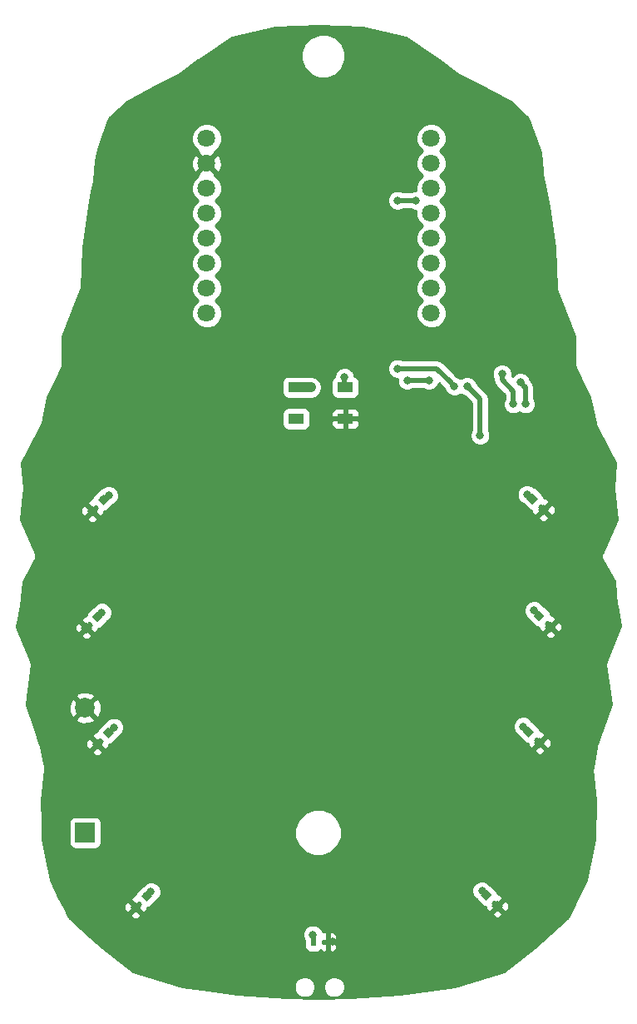
<source format=gbr>
G04 #@! TF.GenerationSoftware,KiCad,Pcbnew,no-vcs-found-bf44d39~61~ubuntu16.04.1*
G04 #@! TF.CreationDate,2018-01-11T19:38:33+02:00*
G04 #@! TF.ProjectId,shd18-badge,73686431382D62616467652E6B696361,rev?*
G04 #@! TF.SameCoordinates,Original*
G04 #@! TF.FileFunction,Copper,L1,Top,Signal*
G04 #@! TF.FilePolarity,Positive*
%FSLAX45Y45*%
G04 Gerber Fmt 4.5, Leading zero omitted, Abs format (unit mm)*
G04 Created by KiCad (PCBNEW no-vcs-found-bf44d39~61~ubuntu16.04.1) date Thu Jan 11 19:38:33 2018*
%MOMM*%
%LPD*%
G01*
G04 APERTURE LIST*
%ADD10R,2.000000X2.000000*%
%ADD11C,2.000000*%
%ADD12C,0.800000*%
%ADD13C,0.100000*%
%ADD14R,1.600000X1.000000*%
%ADD15R,0.500000X0.900000*%
%ADD16C,1.800000*%
%ADD17C,0.250000*%
%ADD18C,0.500000*%
%ADD19C,1.000000*%
%ADD20C,0.254000*%
G04 APERTURE END LIST*
D10*
X26400000Y-21500000D03*
D11*
X26400000Y-20230000D03*
D12*
X31023431Y-19293432D03*
D13*
G36*
X30966863Y-19293432D02*
X31023431Y-19236863D01*
X31080000Y-19293432D01*
X31023431Y-19350000D01*
X30966863Y-19293432D01*
X30966863Y-19293432D01*
G37*
D12*
X31136568Y-19406569D03*
D13*
G36*
X31080000Y-19406569D02*
X31136568Y-19350000D01*
X31193137Y-19406569D01*
X31136568Y-19463137D01*
X31080000Y-19406569D01*
X31080000Y-19406569D01*
G37*
D12*
X31026568Y-20586569D03*
D13*
G36*
X30970000Y-20586569D02*
X31026568Y-20530000D01*
X31083137Y-20586569D01*
X31026568Y-20643137D01*
X30970000Y-20586569D01*
X30970000Y-20586569D01*
G37*
D12*
X30913431Y-20473432D03*
D13*
G36*
X30856863Y-20473432D02*
X30913431Y-20416863D01*
X30970000Y-20473432D01*
X30913431Y-20530000D01*
X30856863Y-20473432D01*
X30856863Y-20473432D01*
G37*
D12*
X30483431Y-22133432D03*
D13*
G36*
X30426863Y-22133432D02*
X30483431Y-22076863D01*
X30540000Y-22133432D01*
X30483431Y-22190000D01*
X30426863Y-22133432D01*
X30426863Y-22133432D01*
G37*
D12*
X30596568Y-22246569D03*
D13*
G36*
X30540000Y-22246569D02*
X30596568Y-22190000D01*
X30653137Y-22246569D01*
X30596568Y-22303137D01*
X30540000Y-22246569D01*
X30540000Y-22246569D01*
G37*
D12*
X26913431Y-22256569D03*
D13*
G36*
X26913431Y-22200000D02*
X26970000Y-22256569D01*
X26913431Y-22313137D01*
X26856863Y-22256569D01*
X26913431Y-22200000D01*
X26913431Y-22200000D01*
G37*
D12*
X27026568Y-22143432D03*
D13*
G36*
X27026568Y-22086863D02*
X27083137Y-22143432D01*
X27026568Y-22200000D01*
X26970000Y-22143432D01*
X27026568Y-22086863D01*
X27026568Y-22086863D01*
G37*
D12*
X26636568Y-20483432D03*
D13*
G36*
X26636568Y-20426863D02*
X26693137Y-20483432D01*
X26636568Y-20540000D01*
X26580000Y-20483432D01*
X26636568Y-20426863D01*
X26636568Y-20426863D01*
G37*
D12*
X26523431Y-20596569D03*
D13*
G36*
X26523431Y-20540000D02*
X26580000Y-20596569D01*
X26523431Y-20653137D01*
X26466863Y-20596569D01*
X26523431Y-20540000D01*
X26523431Y-20540000D01*
G37*
D12*
X26413431Y-19416569D03*
D13*
G36*
X26413431Y-19360000D02*
X26470000Y-19416569D01*
X26413431Y-19473137D01*
X26356863Y-19416569D01*
X26413431Y-19360000D01*
X26413431Y-19360000D01*
G37*
D12*
X26526568Y-19303432D03*
D13*
G36*
X26526568Y-19246863D02*
X26583137Y-19303432D01*
X26526568Y-19360000D01*
X26470000Y-19303432D01*
X26526568Y-19246863D01*
X26526568Y-19246863D01*
G37*
D12*
X26586568Y-18113432D03*
D13*
G36*
X26586568Y-18056863D02*
X26643137Y-18113432D01*
X26586568Y-18170000D01*
X26530000Y-18113432D01*
X26586568Y-18056863D01*
X26586568Y-18056863D01*
G37*
D12*
X26473431Y-18226569D03*
D13*
G36*
X26473431Y-18170000D02*
X26530000Y-18226569D01*
X26473431Y-18283137D01*
X26416863Y-18226569D01*
X26473431Y-18170000D01*
X26473431Y-18170000D01*
G37*
D12*
X31066568Y-18216569D03*
D13*
G36*
X31010000Y-18216569D02*
X31066568Y-18160000D01*
X31123137Y-18216569D01*
X31066568Y-18273137D01*
X31010000Y-18216569D01*
X31010000Y-18216569D01*
G37*
D12*
X30953431Y-18103432D03*
D13*
G36*
X30896863Y-18103432D02*
X30953431Y-18046863D01*
X31010000Y-18103432D01*
X30953431Y-18160000D01*
X30896863Y-18103432D01*
X30896863Y-18103432D01*
G37*
D14*
X28550000Y-16970000D03*
X28550000Y-17290000D03*
X29050000Y-16970000D03*
X29050000Y-17290000D03*
D15*
X28725000Y-22610000D03*
X28875000Y-22610000D03*
D16*
X29923000Y-16216000D03*
X29923000Y-15962000D03*
X29923000Y-15708000D03*
X29923000Y-15454000D03*
X29923000Y-15200000D03*
X29923000Y-14946000D03*
X29923000Y-14692000D03*
X29923000Y-14438000D03*
X27637000Y-14438000D03*
X27637000Y-14692000D03*
X27637000Y-14946000D03*
X27637000Y-15200000D03*
X27637000Y-15454000D03*
X27637000Y-15708000D03*
X27637000Y-15962000D03*
X27637000Y-16216000D03*
D12*
X28720246Y-22537975D03*
X30644999Y-16834497D03*
X30760000Y-17140000D03*
X29770000Y-15070000D03*
X29580000Y-15070000D03*
X30160000Y-16960000D03*
X29580000Y-16780000D03*
X29680000Y-16900000D03*
X29900000Y-16900000D03*
X30881382Y-17139386D03*
X30830008Y-16919385D03*
X28700000Y-16970000D03*
X28920000Y-22610000D03*
X27450000Y-14830000D03*
X27820000Y-14590000D03*
X27830000Y-14830000D03*
X27450000Y-14590000D03*
X30380000Y-15090000D03*
X30500000Y-16690000D03*
X30366395Y-15693605D03*
X29400000Y-17660000D03*
X30690000Y-17250000D03*
X26630000Y-20230000D03*
X26150000Y-20240000D03*
X26400000Y-20450000D03*
X26410000Y-20000000D03*
X29040000Y-16870000D03*
X30900000Y-18060000D03*
X26640000Y-18070000D03*
X30420000Y-17460000D03*
X30290000Y-16960000D03*
X26570000Y-19260000D03*
X26690000Y-20430000D03*
X27070000Y-22100000D03*
X30440000Y-22090000D03*
X30860000Y-20420000D03*
X30970000Y-19240000D03*
D17*
X28720246Y-22537975D02*
X28720246Y-22605246D01*
X28720246Y-22605246D02*
X28725000Y-22610000D01*
D18*
X30760000Y-17140000D02*
X30760000Y-17010000D01*
X30644999Y-16894999D02*
X30644999Y-16891066D01*
X30760000Y-17010000D02*
X30644999Y-16894999D01*
X30644999Y-16891066D02*
X30644999Y-16834497D01*
X29580000Y-15070000D02*
X29770000Y-15070000D01*
X29580000Y-16780000D02*
X29980000Y-16780000D01*
X29980000Y-16780000D02*
X30120000Y-16920000D01*
X30120000Y-16920000D02*
X30160000Y-16960000D01*
X29900000Y-16900000D02*
X29680000Y-16900000D01*
X30870008Y-16959385D02*
X30830008Y-16919385D01*
X30881382Y-16970759D02*
X30870008Y-16959385D01*
X30881382Y-17139386D02*
X30881382Y-16970759D01*
D19*
X28700000Y-16970000D02*
X28550000Y-16970000D01*
D18*
X29040000Y-16870000D02*
X29040000Y-16960000D01*
X29040000Y-16960000D02*
X29050000Y-16970000D01*
X30900000Y-18060000D02*
X30910000Y-18060000D01*
X30910000Y-18060000D02*
X30953431Y-18103432D01*
X26640000Y-18070000D02*
X26630000Y-18070000D01*
X26630000Y-18070000D02*
X26586568Y-18113432D01*
X30290000Y-16960000D02*
X30420000Y-17090000D01*
X30420000Y-17090000D02*
X30420000Y-17460000D01*
X26570000Y-19260000D02*
X26526568Y-19303432D01*
X26690000Y-20430000D02*
X26636568Y-20483432D01*
X27070000Y-22100000D02*
X27026568Y-22143432D01*
X30440000Y-22090000D02*
X30483431Y-22133432D01*
X30860000Y-20420000D02*
X30913431Y-20473432D01*
X30970000Y-19240000D02*
X31023431Y-19293432D01*
D20*
G36*
X29222909Y-13313559D02*
X29662114Y-13410513D01*
X30001090Y-13637435D01*
X30183434Y-13776542D01*
X30188647Y-13779094D01*
X30193161Y-13782741D01*
X30445552Y-13915135D01*
X30729632Y-14067973D01*
X30910778Y-14234214D01*
X31034785Y-14581856D01*
X31066090Y-14868295D01*
X31066958Y-14871051D01*
X31066946Y-14873941D01*
X31117492Y-15133596D01*
X31177272Y-15545000D01*
X31194179Y-15957722D01*
X31197016Y-15969454D01*
X31199399Y-15981286D01*
X31284885Y-16186261D01*
X31386990Y-16454766D01*
X31386838Y-16743564D01*
X31387169Y-16745232D01*
X31386918Y-16746914D01*
X31389758Y-16758285D01*
X31392039Y-16769780D01*
X31392983Y-16771195D01*
X31393395Y-16772845D01*
X31534813Y-17072375D01*
X31592733Y-17331167D01*
X31596346Y-17339333D01*
X31598854Y-17347902D01*
X31802069Y-17737228D01*
X31778061Y-17990493D01*
X31778764Y-17997368D01*
X31778145Y-18004250D01*
X31811645Y-18317141D01*
X31659806Y-18658813D01*
X31658752Y-18663489D01*
X31656557Y-18667751D01*
X31655838Y-18676410D01*
X31653926Y-18684885D01*
X31654741Y-18689609D01*
X31654344Y-18694387D01*
X31656993Y-18702662D01*
X31658470Y-18711224D01*
X31661031Y-18715276D01*
X31662493Y-18719842D01*
X31787530Y-18945403D01*
X31811302Y-19183877D01*
X31812190Y-19186791D01*
X31812163Y-19189838D01*
X31852332Y-19401783D01*
X31705691Y-19754098D01*
X31704816Y-19758460D01*
X31702833Y-19762442D01*
X31702209Y-19771450D01*
X31700432Y-19780303D01*
X31701293Y-19784667D01*
X31700985Y-19789106D01*
X31752552Y-20192508D01*
X31606138Y-20618326D01*
X31605445Y-20623441D01*
X31603541Y-20628239D01*
X31566088Y-20832387D01*
X31566228Y-20841790D01*
X31565263Y-20851145D01*
X31595230Y-21170595D01*
X31586603Y-21566352D01*
X31504244Y-21983385D01*
X31315121Y-22365362D01*
X30977043Y-22670470D01*
X30662049Y-22910050D01*
X30168007Y-23060625D01*
X29604142Y-23143757D01*
X29098629Y-23178095D01*
X28776350Y-23184746D01*
X28454092Y-23178095D01*
X27948600Y-23143757D01*
X27594075Y-23091487D01*
X28526481Y-23091487D01*
X28542965Y-23131380D01*
X28573459Y-23161928D01*
X28613323Y-23178481D01*
X28656487Y-23178519D01*
X28696380Y-23162035D01*
X28726928Y-23131540D01*
X28743481Y-23091677D01*
X28743481Y-23091487D01*
X28826481Y-23091487D01*
X28842965Y-23131380D01*
X28873459Y-23161928D01*
X28913323Y-23178481D01*
X28956487Y-23178519D01*
X28996380Y-23162035D01*
X29026928Y-23131540D01*
X29043481Y-23091677D01*
X29043519Y-23048513D01*
X29027035Y-23008620D01*
X28996540Y-22978072D01*
X28956677Y-22961519D01*
X28913513Y-22961481D01*
X28873620Y-22977965D01*
X28843072Y-23008459D01*
X28826519Y-23048323D01*
X28826481Y-23091487D01*
X28743481Y-23091487D01*
X28743519Y-23048513D01*
X28727035Y-23008620D01*
X28696540Y-22978072D01*
X28656677Y-22961519D01*
X28613513Y-22961481D01*
X28573620Y-22977965D01*
X28543072Y-23008459D01*
X28526519Y-23048323D01*
X28526481Y-23091487D01*
X27594075Y-23091487D01*
X27384748Y-23060625D01*
X26890704Y-22910050D01*
X26575687Y-22670470D01*
X26451597Y-22558472D01*
X28616728Y-22558472D01*
X28632451Y-22596527D01*
X28635256Y-22599336D01*
X28635256Y-22655000D01*
X28640184Y-22679776D01*
X28654219Y-22700781D01*
X28675223Y-22714816D01*
X28700000Y-22719744D01*
X28750000Y-22719744D01*
X28774776Y-22714816D01*
X28795781Y-22700781D01*
X28799865Y-22694668D01*
X28814030Y-22708833D01*
X28837369Y-22718500D01*
X28846625Y-22718500D01*
X28862500Y-22702625D01*
X28862500Y-22622700D01*
X28887500Y-22622700D01*
X28887500Y-22702625D01*
X28903375Y-22718500D01*
X28912631Y-22718500D01*
X28935970Y-22708833D01*
X28953833Y-22690970D01*
X28963500Y-22667631D01*
X28963500Y-22638575D01*
X28947625Y-22622700D01*
X28887500Y-22622700D01*
X28862500Y-22622700D01*
X28814744Y-22622700D01*
X28814744Y-22597300D01*
X28862500Y-22597300D01*
X28862500Y-22517375D01*
X28887500Y-22517375D01*
X28887500Y-22597300D01*
X28947625Y-22597300D01*
X28963500Y-22581425D01*
X28963500Y-22552369D01*
X28953833Y-22529030D01*
X28935970Y-22511167D01*
X28912631Y-22501500D01*
X28903375Y-22501500D01*
X28887500Y-22517375D01*
X28862500Y-22517375D01*
X28846625Y-22501500D01*
X28837369Y-22501500D01*
X28820114Y-22508647D01*
X28808040Y-22479424D01*
X28778950Y-22450283D01*
X28740923Y-22434493D01*
X28699748Y-22434457D01*
X28661694Y-22450181D01*
X28632554Y-22479271D01*
X28616764Y-22517298D01*
X28616728Y-22558472D01*
X26451597Y-22558472D01*
X26237641Y-22365367D01*
X26218898Y-22327509D01*
X26860451Y-22327509D01*
X26860451Y-22349960D01*
X26877462Y-22366970D01*
X26900801Y-22376637D01*
X26926062Y-22376637D01*
X26949401Y-22366970D01*
X26966411Y-22349960D01*
X26966411Y-22327509D01*
X26956411Y-22317509D01*
X30543588Y-22317509D01*
X30543588Y-22339960D01*
X30560599Y-22356970D01*
X30583937Y-22366637D01*
X30609199Y-22366637D01*
X30632538Y-22356970D01*
X30649548Y-22339960D01*
X30649548Y-22317509D01*
X30596568Y-22264529D01*
X30543588Y-22317509D01*
X26956411Y-22317509D01*
X26913431Y-22274529D01*
X26860451Y-22327509D01*
X26218898Y-22327509D01*
X26190030Y-22269199D01*
X26793363Y-22269199D01*
X26803030Y-22292538D01*
X26820040Y-22309549D01*
X26842491Y-22309549D01*
X26895471Y-22256569D01*
X26842491Y-22203589D01*
X26820040Y-22203589D01*
X26803030Y-22220599D01*
X26793363Y-22243938D01*
X26793363Y-22269199D01*
X26190030Y-22269199D01*
X26137540Y-22163177D01*
X26860451Y-22163177D01*
X26860451Y-22185628D01*
X26913431Y-22238608D01*
X26943523Y-22208516D01*
X26961484Y-22226477D01*
X26931392Y-22256569D01*
X26984372Y-22309549D01*
X27006823Y-22309549D01*
X27023833Y-22292538D01*
X27033500Y-22269200D01*
X27033500Y-22263365D01*
X27051345Y-22259816D01*
X27072349Y-22245781D01*
X27128918Y-22189212D01*
X27132498Y-22183855D01*
X27157692Y-22158705D01*
X27173482Y-22120678D01*
X27173491Y-22110497D01*
X30336482Y-22110497D01*
X30352206Y-22148552D01*
X30377578Y-22173968D01*
X30381082Y-22179212D01*
X30437651Y-22235781D01*
X30458655Y-22249816D01*
X30476500Y-22253365D01*
X30476500Y-22259200D01*
X30486167Y-22282538D01*
X30503177Y-22299549D01*
X30525628Y-22299549D01*
X30578608Y-22246569D01*
X30614529Y-22246569D01*
X30667509Y-22299549D01*
X30689960Y-22299549D01*
X30706970Y-22282538D01*
X30716637Y-22259199D01*
X30716637Y-22233938D01*
X30706970Y-22210599D01*
X30689960Y-22193589D01*
X30667509Y-22193589D01*
X30614529Y-22246569D01*
X30578608Y-22246569D01*
X30548516Y-22216477D01*
X30566477Y-22198516D01*
X30596568Y-22228608D01*
X30649548Y-22175628D01*
X30649548Y-22153177D01*
X30632538Y-22136167D01*
X30609199Y-22126500D01*
X30603365Y-22126500D01*
X30599816Y-22108655D01*
X30585781Y-22087651D01*
X30529212Y-22031082D01*
X30523855Y-22027502D01*
X30498705Y-22002308D01*
X30460678Y-21986518D01*
X30419503Y-21986482D01*
X30381448Y-22002206D01*
X30352308Y-22031295D01*
X30336518Y-22069322D01*
X30336482Y-22110497D01*
X27173491Y-22110497D01*
X27173518Y-22079503D01*
X27157794Y-22041449D01*
X27128705Y-22012308D01*
X27090678Y-21996518D01*
X27049503Y-21996482D01*
X27011448Y-22012206D01*
X26986032Y-22037578D01*
X26980788Y-22041082D01*
X26924219Y-22097651D01*
X26910184Y-22118655D01*
X26906635Y-22136500D01*
X26900800Y-22136500D01*
X26877462Y-22146167D01*
X26860451Y-22163177D01*
X26137540Y-22163177D01*
X26048531Y-21983395D01*
X25966172Y-21566365D01*
X25962540Y-21400000D01*
X26235256Y-21400000D01*
X26235256Y-21600000D01*
X26240184Y-21624777D01*
X26254219Y-21645781D01*
X26275223Y-21659816D01*
X26300000Y-21664744D01*
X26500000Y-21664744D01*
X26524776Y-21659816D01*
X26545781Y-21645781D01*
X26559816Y-21624777D01*
X26564744Y-21600000D01*
X26564744Y-21547233D01*
X28533819Y-21547233D01*
X28570052Y-21634923D01*
X28637084Y-21702073D01*
X28724711Y-21738459D01*
X28819592Y-21738541D01*
X28907283Y-21702308D01*
X28974433Y-21635276D01*
X29010818Y-21547649D01*
X29010901Y-21452768D01*
X28974668Y-21365077D01*
X28907636Y-21297927D01*
X28820009Y-21261542D01*
X28725127Y-21261459D01*
X28637437Y-21297692D01*
X28570287Y-21364724D01*
X28533901Y-21452351D01*
X28533819Y-21547233D01*
X26564744Y-21547233D01*
X26564744Y-21400000D01*
X26559816Y-21375224D01*
X26545781Y-21354219D01*
X26524776Y-21340184D01*
X26500000Y-21335256D01*
X26300000Y-21335256D01*
X26275223Y-21340184D01*
X26254219Y-21354219D01*
X26240184Y-21375224D01*
X26235256Y-21400000D01*
X25962540Y-21400000D01*
X25957530Y-21170602D01*
X25987469Y-20851139D01*
X25986504Y-20841797D01*
X25986647Y-20832406D01*
X25956445Y-20667509D01*
X26470451Y-20667509D01*
X26470451Y-20689960D01*
X26487462Y-20706970D01*
X26510801Y-20716637D01*
X26536062Y-20716637D01*
X26559401Y-20706970D01*
X26576411Y-20689960D01*
X26576411Y-20667509D01*
X26566411Y-20657509D01*
X30973588Y-20657509D01*
X30973588Y-20679960D01*
X30990599Y-20696970D01*
X31013937Y-20706637D01*
X31039199Y-20706637D01*
X31062538Y-20696970D01*
X31079548Y-20679960D01*
X31079548Y-20657509D01*
X31026568Y-20604529D01*
X30973588Y-20657509D01*
X26566411Y-20657509D01*
X26523431Y-20614529D01*
X26470451Y-20667509D01*
X25956445Y-20667509D01*
X25949256Y-20628258D01*
X25947348Y-20623448D01*
X25946652Y-20618321D01*
X25943515Y-20609199D01*
X26403363Y-20609199D01*
X26413030Y-20632538D01*
X26430040Y-20649549D01*
X26452491Y-20649549D01*
X26505471Y-20596569D01*
X26452491Y-20543589D01*
X26430040Y-20543589D01*
X26413030Y-20560599D01*
X26403363Y-20583938D01*
X26403363Y-20609199D01*
X25943515Y-20609199D01*
X25907051Y-20503177D01*
X26470451Y-20503177D01*
X26470451Y-20525628D01*
X26523431Y-20578608D01*
X26553523Y-20548516D01*
X26571484Y-20566477D01*
X26541392Y-20596569D01*
X26594372Y-20649549D01*
X26616823Y-20649549D01*
X26633833Y-20632538D01*
X26643500Y-20609200D01*
X26643500Y-20603365D01*
X26661345Y-20599816D01*
X26682349Y-20585781D01*
X26738918Y-20529212D01*
X26745783Y-20518938D01*
X26748551Y-20517794D01*
X26777692Y-20488705D01*
X26793482Y-20450678D01*
X26793491Y-20440497D01*
X30756482Y-20440497D01*
X30772206Y-20478552D01*
X30801295Y-20507692D01*
X30804186Y-20508892D01*
X30811082Y-20519212D01*
X30867651Y-20575781D01*
X30888655Y-20589816D01*
X30906500Y-20593365D01*
X30906500Y-20599200D01*
X30916167Y-20622538D01*
X30933177Y-20639549D01*
X30955628Y-20639549D01*
X31008608Y-20586569D01*
X31044529Y-20586569D01*
X31097509Y-20639549D01*
X31119960Y-20639549D01*
X31136970Y-20622538D01*
X31146637Y-20599199D01*
X31146637Y-20573938D01*
X31136970Y-20550599D01*
X31119960Y-20533589D01*
X31097509Y-20533589D01*
X31044529Y-20586569D01*
X31008608Y-20586569D01*
X30978516Y-20556477D01*
X30996477Y-20538516D01*
X31026568Y-20568608D01*
X31079548Y-20515628D01*
X31079548Y-20493177D01*
X31062538Y-20476167D01*
X31039199Y-20466500D01*
X31033365Y-20466500D01*
X31029816Y-20448655D01*
X31015781Y-20427651D01*
X30959212Y-20371082D01*
X30948938Y-20364217D01*
X30947794Y-20361449D01*
X30918705Y-20332308D01*
X30880678Y-20316518D01*
X30839503Y-20316482D01*
X30801448Y-20332206D01*
X30772308Y-20361295D01*
X30756518Y-20399322D01*
X30756482Y-20440497D01*
X26793491Y-20440497D01*
X26793518Y-20409503D01*
X26777794Y-20371449D01*
X26748705Y-20342308D01*
X26710678Y-20326518D01*
X26669503Y-20326482D01*
X26631448Y-20342206D01*
X26602308Y-20371295D01*
X26601108Y-20374186D01*
X26590788Y-20381082D01*
X26534219Y-20437651D01*
X26520184Y-20458655D01*
X26516635Y-20476500D01*
X26510800Y-20476500D01*
X26487462Y-20486167D01*
X26470451Y-20503177D01*
X25907051Y-20503177D01*
X25852735Y-20345253D01*
X26302707Y-20345253D01*
X26312574Y-20371939D01*
X26373546Y-20394591D01*
X26438546Y-20392186D01*
X26487426Y-20371939D01*
X26497293Y-20345253D01*
X26400000Y-20247961D01*
X26302707Y-20345253D01*
X25852735Y-20345253D01*
X25803996Y-20203546D01*
X26235409Y-20203546D01*
X26237814Y-20268546D01*
X26258061Y-20317426D01*
X26284747Y-20327293D01*
X26382039Y-20230000D01*
X26417960Y-20230000D01*
X26515253Y-20327293D01*
X26541939Y-20317426D01*
X26564591Y-20256454D01*
X26562186Y-20191454D01*
X26541939Y-20142574D01*
X26515253Y-20132707D01*
X26417960Y-20230000D01*
X26382039Y-20230000D01*
X26284747Y-20132707D01*
X26258061Y-20142574D01*
X26235409Y-20203546D01*
X25803996Y-20203546D01*
X25800198Y-20192503D01*
X25810134Y-20114747D01*
X26302707Y-20114747D01*
X26400000Y-20212040D01*
X26497293Y-20114747D01*
X26487426Y-20088061D01*
X26426454Y-20065409D01*
X26361454Y-20067814D01*
X26312574Y-20088061D01*
X26302707Y-20114747D01*
X25810134Y-20114747D01*
X25851746Y-19789103D01*
X25851439Y-19784671D01*
X25852299Y-19780312D01*
X25850522Y-19771453D01*
X25849897Y-19762439D01*
X25847917Y-19758463D01*
X25847043Y-19754107D01*
X25736124Y-19487509D01*
X26360451Y-19487509D01*
X26360451Y-19509960D01*
X26377462Y-19526970D01*
X26400801Y-19536637D01*
X26426062Y-19536637D01*
X26449401Y-19526970D01*
X26466411Y-19509960D01*
X26466411Y-19487509D01*
X26456411Y-19477509D01*
X31083588Y-19477509D01*
X31083588Y-19499960D01*
X31100599Y-19516970D01*
X31123937Y-19526637D01*
X31149199Y-19526637D01*
X31172538Y-19516970D01*
X31189548Y-19499960D01*
X31189548Y-19477509D01*
X31136568Y-19424529D01*
X31083588Y-19477509D01*
X26456411Y-19477509D01*
X26413431Y-19434529D01*
X26360451Y-19487509D01*
X25736124Y-19487509D01*
X25711864Y-19429199D01*
X26293363Y-19429199D01*
X26303030Y-19452538D01*
X26320040Y-19469549D01*
X26342491Y-19469549D01*
X26395471Y-19416569D01*
X26342491Y-19363589D01*
X26320040Y-19363589D01*
X26303030Y-19380599D01*
X26293363Y-19403938D01*
X26293363Y-19429199D01*
X25711864Y-19429199D01*
X25700590Y-19402103D01*
X25716297Y-19323177D01*
X26360451Y-19323177D01*
X26360451Y-19345628D01*
X26413431Y-19398608D01*
X26443523Y-19368516D01*
X26461484Y-19386477D01*
X26431392Y-19416569D01*
X26484372Y-19469549D01*
X26506823Y-19469549D01*
X26523833Y-19452538D01*
X26533500Y-19429200D01*
X26533500Y-19423365D01*
X26551345Y-19419816D01*
X26572349Y-19405781D01*
X26628918Y-19349212D01*
X26632498Y-19343855D01*
X26657692Y-19318705D01*
X26673482Y-19280678D01*
X26673499Y-19260497D01*
X30866482Y-19260497D01*
X30882206Y-19298552D01*
X30911295Y-19327692D01*
X30914186Y-19328892D01*
X30921082Y-19339212D01*
X30977651Y-19395781D01*
X30998655Y-19409816D01*
X31016500Y-19413365D01*
X31016500Y-19419200D01*
X31026167Y-19442538D01*
X31043177Y-19459549D01*
X31065628Y-19459549D01*
X31118608Y-19406569D01*
X31154529Y-19406569D01*
X31207509Y-19459549D01*
X31229960Y-19459549D01*
X31246970Y-19442538D01*
X31256637Y-19419199D01*
X31256637Y-19393938D01*
X31246970Y-19370599D01*
X31229960Y-19353589D01*
X31207509Y-19353589D01*
X31154529Y-19406569D01*
X31118608Y-19406569D01*
X31088516Y-19376477D01*
X31106477Y-19358516D01*
X31136568Y-19388608D01*
X31189548Y-19335628D01*
X31189548Y-19313177D01*
X31172538Y-19296167D01*
X31149199Y-19286500D01*
X31143365Y-19286500D01*
X31139816Y-19268655D01*
X31125781Y-19247651D01*
X31069212Y-19191082D01*
X31058938Y-19184217D01*
X31057794Y-19181449D01*
X31028705Y-19152308D01*
X30990678Y-19136518D01*
X30949503Y-19136482D01*
X30911448Y-19152206D01*
X30882308Y-19181295D01*
X30866518Y-19219322D01*
X30866482Y-19260497D01*
X26673499Y-19260497D01*
X26673518Y-19239503D01*
X26657794Y-19201449D01*
X26628705Y-19172308D01*
X26590678Y-19156518D01*
X26549503Y-19156482D01*
X26511448Y-19172206D01*
X26486032Y-19197578D01*
X26480788Y-19201082D01*
X26424219Y-19257651D01*
X26410184Y-19278655D01*
X26406635Y-19296500D01*
X26400800Y-19296500D01*
X26377462Y-19306167D01*
X26360451Y-19323177D01*
X25716297Y-19323177D01*
X25742618Y-19190918D01*
X25742619Y-19187557D01*
X25743598Y-19184341D01*
X25767364Y-18945862D01*
X25892351Y-18720297D01*
X25893810Y-18715739D01*
X25896366Y-18711694D01*
X25897846Y-18703124D01*
X25900496Y-18694841D01*
X25900099Y-18690072D01*
X25900913Y-18685356D01*
X25899000Y-18676872D01*
X25898278Y-18668206D01*
X25896087Y-18663952D01*
X25895034Y-18659283D01*
X25743226Y-18317617D01*
X25745381Y-18297509D01*
X26420451Y-18297509D01*
X26420451Y-18319960D01*
X26437462Y-18336970D01*
X26460801Y-18346637D01*
X26486062Y-18346637D01*
X26509401Y-18336970D01*
X26526411Y-18319960D01*
X26526411Y-18297509D01*
X26516411Y-18287509D01*
X31013588Y-18287509D01*
X31013588Y-18309960D01*
X31030599Y-18326970D01*
X31053937Y-18336637D01*
X31079199Y-18336637D01*
X31102538Y-18326970D01*
X31119548Y-18309960D01*
X31119548Y-18287509D01*
X31066568Y-18234529D01*
X31013588Y-18287509D01*
X26516411Y-18287509D01*
X26473431Y-18244529D01*
X26420451Y-18297509D01*
X25745381Y-18297509D01*
X25751630Y-18239199D01*
X26353363Y-18239199D01*
X26363030Y-18262538D01*
X26380040Y-18279549D01*
X26402491Y-18279549D01*
X26455471Y-18226569D01*
X26402491Y-18173589D01*
X26380040Y-18173589D01*
X26363030Y-18190599D01*
X26353363Y-18213938D01*
X26353363Y-18239199D01*
X25751630Y-18239199D01*
X25762992Y-18133177D01*
X26420451Y-18133177D01*
X26420451Y-18155628D01*
X26473431Y-18208608D01*
X26503523Y-18178516D01*
X26521484Y-18196477D01*
X26491392Y-18226569D01*
X26544372Y-18279549D01*
X26566823Y-18279549D01*
X26583833Y-18262538D01*
X26593500Y-18239200D01*
X26593500Y-18233365D01*
X26611345Y-18229816D01*
X26632349Y-18215781D01*
X26684551Y-18163579D01*
X26698551Y-18157794D01*
X26727692Y-18128705D01*
X26743482Y-18090678D01*
X26743491Y-18080497D01*
X30796482Y-18080497D01*
X30812206Y-18118552D01*
X30841295Y-18147692D01*
X30855431Y-18153562D01*
X30907651Y-18205781D01*
X30928655Y-18219816D01*
X30946500Y-18223365D01*
X30946500Y-18229200D01*
X30956167Y-18252538D01*
X30973177Y-18269549D01*
X30995628Y-18269549D01*
X31048608Y-18216569D01*
X31084529Y-18216569D01*
X31137509Y-18269549D01*
X31159960Y-18269549D01*
X31176970Y-18252538D01*
X31186637Y-18229199D01*
X31186637Y-18203938D01*
X31176970Y-18180599D01*
X31159960Y-18163589D01*
X31137509Y-18163589D01*
X31084529Y-18216569D01*
X31048608Y-18216569D01*
X31018516Y-18186477D01*
X31036477Y-18168516D01*
X31066568Y-18198608D01*
X31119548Y-18145628D01*
X31119548Y-18123177D01*
X31102538Y-18106167D01*
X31079199Y-18096500D01*
X31073365Y-18096500D01*
X31069816Y-18078655D01*
X31055781Y-18057651D01*
X30999212Y-18001082D01*
X30978208Y-17987047D01*
X30972231Y-17985859D01*
X30958705Y-17972308D01*
X30920678Y-17956518D01*
X30879503Y-17956482D01*
X30841448Y-17972206D01*
X30812308Y-18001295D01*
X30796518Y-18039322D01*
X30796482Y-18080497D01*
X26743491Y-18080497D01*
X26743518Y-18049503D01*
X26727794Y-18011449D01*
X26698705Y-17982308D01*
X26660678Y-17966518D01*
X26619503Y-17966482D01*
X26581448Y-17982206D01*
X26567773Y-17995858D01*
X26561792Y-17997047D01*
X26540788Y-18011082D01*
X26484219Y-18067651D01*
X26470184Y-18088655D01*
X26466635Y-18106500D01*
X26460800Y-18106500D01*
X26437462Y-18116167D01*
X26420451Y-18133177D01*
X25762992Y-18133177D01*
X25776755Y-18004754D01*
X25776134Y-17997846D01*
X25776835Y-17990946D01*
X25752621Y-17737264D01*
X25955773Y-17347893D01*
X25958276Y-17339335D01*
X25961886Y-17331180D01*
X25982310Y-17240000D01*
X28405256Y-17240000D01*
X28405256Y-17340000D01*
X28410184Y-17364777D01*
X28424219Y-17385781D01*
X28445223Y-17399816D01*
X28470000Y-17404744D01*
X28630000Y-17404744D01*
X28654776Y-17399816D01*
X28675781Y-17385781D01*
X28689816Y-17364777D01*
X28694744Y-17340000D01*
X28694744Y-17318575D01*
X28906500Y-17318575D01*
X28906500Y-17352631D01*
X28916167Y-17375970D01*
X28934030Y-17393833D01*
X28957369Y-17403500D01*
X29021425Y-17403500D01*
X29037300Y-17387625D01*
X29037300Y-17302700D01*
X29062700Y-17302700D01*
X29062700Y-17387625D01*
X29078575Y-17403500D01*
X29142631Y-17403500D01*
X29165970Y-17393833D01*
X29183833Y-17375970D01*
X29193500Y-17352631D01*
X29193500Y-17318575D01*
X29177625Y-17302700D01*
X29062700Y-17302700D01*
X29037300Y-17302700D01*
X28922375Y-17302700D01*
X28906500Y-17318575D01*
X28694744Y-17318575D01*
X28694744Y-17240000D01*
X28692232Y-17227369D01*
X28906500Y-17227369D01*
X28906500Y-17261425D01*
X28922375Y-17277300D01*
X29037300Y-17277300D01*
X29037300Y-17192375D01*
X29062700Y-17192375D01*
X29062700Y-17277300D01*
X29177625Y-17277300D01*
X29193500Y-17261425D01*
X29193500Y-17227369D01*
X29183833Y-17204030D01*
X29165970Y-17186167D01*
X29142631Y-17176500D01*
X29078575Y-17176500D01*
X29062700Y-17192375D01*
X29037300Y-17192375D01*
X29021425Y-17176500D01*
X28957369Y-17176500D01*
X28934030Y-17186167D01*
X28916167Y-17204030D01*
X28906500Y-17227369D01*
X28692232Y-17227369D01*
X28689816Y-17215224D01*
X28675781Y-17194219D01*
X28654776Y-17180184D01*
X28630000Y-17175256D01*
X28470000Y-17175256D01*
X28445223Y-17180184D01*
X28424219Y-17194219D01*
X28410184Y-17215224D01*
X28405256Y-17240000D01*
X25982310Y-17240000D01*
X26019857Y-17072380D01*
X26091791Y-16920000D01*
X28405256Y-16920000D01*
X28405256Y-17020000D01*
X28410184Y-17044777D01*
X28424219Y-17065781D01*
X28445223Y-17079816D01*
X28470000Y-17084744D01*
X28630000Y-17084744D01*
X28636254Y-17083500D01*
X28700000Y-17083500D01*
X28743435Y-17074860D01*
X28780257Y-17050257D01*
X28804860Y-17013435D01*
X28813500Y-16970000D01*
X28804860Y-16926565D01*
X28800473Y-16920000D01*
X28905256Y-16920000D01*
X28905256Y-17020000D01*
X28910184Y-17044777D01*
X28924219Y-17065781D01*
X28945223Y-17079816D01*
X28970000Y-17084744D01*
X29130000Y-17084744D01*
X29154776Y-17079816D01*
X29175781Y-17065781D01*
X29189816Y-17044777D01*
X29194744Y-17020000D01*
X29194744Y-16920000D01*
X29189816Y-16895224D01*
X29175781Y-16874219D01*
X29154776Y-16860184D01*
X29143510Y-16857943D01*
X29143518Y-16849503D01*
X29127794Y-16811449D01*
X29116862Y-16800497D01*
X29476482Y-16800497D01*
X29492206Y-16838552D01*
X29521295Y-16867692D01*
X29559322Y-16883482D01*
X29576514Y-16883497D01*
X29576482Y-16920497D01*
X29592206Y-16958552D01*
X29621295Y-16987692D01*
X29659322Y-17003482D01*
X29700497Y-17003518D01*
X29736843Y-16988500D01*
X29843241Y-16988500D01*
X29879322Y-17003482D01*
X29920497Y-17003518D01*
X29958551Y-16987794D01*
X29987692Y-16958705D01*
X30001146Y-16926304D01*
X30057287Y-16982445D01*
X30072206Y-17018552D01*
X30101295Y-17047692D01*
X30139322Y-17063482D01*
X30180497Y-17063518D01*
X30218551Y-17047794D01*
X30224986Y-17041371D01*
X30231295Y-17047692D01*
X30267615Y-17062773D01*
X30331500Y-17126658D01*
X30331500Y-17403242D01*
X30316518Y-17439322D01*
X30316482Y-17480497D01*
X30332206Y-17518552D01*
X30361295Y-17547692D01*
X30399322Y-17563482D01*
X30440497Y-17563518D01*
X30478551Y-17547794D01*
X30507692Y-17518705D01*
X30523482Y-17480678D01*
X30523518Y-17439503D01*
X30508500Y-17403157D01*
X30508500Y-17090001D01*
X30508500Y-17090000D01*
X30501763Y-17056133D01*
X30501763Y-17056133D01*
X30482579Y-17027421D01*
X30482579Y-17027421D01*
X30392713Y-16937555D01*
X30377794Y-16901449D01*
X30348705Y-16872308D01*
X30310678Y-16856518D01*
X30269503Y-16856482D01*
X30231448Y-16872206D01*
X30225014Y-16878629D01*
X30218705Y-16872308D01*
X30182385Y-16857227D01*
X30180152Y-16854994D01*
X30541481Y-16854994D01*
X30556499Y-16891341D01*
X30556499Y-16894999D01*
X30556499Y-16894999D01*
X30561571Y-16920497D01*
X30563236Y-16928867D01*
X30577024Y-16949503D01*
X30582420Y-16957578D01*
X30671500Y-17046658D01*
X30671500Y-17083242D01*
X30656518Y-17119322D01*
X30656482Y-17160497D01*
X30672206Y-17198552D01*
X30701295Y-17227692D01*
X30739322Y-17243482D01*
X30780497Y-17243518D01*
X30818551Y-17227794D01*
X30820976Y-17225373D01*
X30822678Y-17227078D01*
X30860705Y-17242868D01*
X30901879Y-17242904D01*
X30939934Y-17227180D01*
X30969074Y-17198090D01*
X30984864Y-17160063D01*
X30984900Y-17118889D01*
X30969882Y-17082542D01*
X30969882Y-16970760D01*
X30969882Y-16970759D01*
X30963146Y-16936892D01*
X30957783Y-16928867D01*
X30943961Y-16908180D01*
X30943961Y-16908180D01*
X30932721Y-16896940D01*
X30917802Y-16860833D01*
X30888712Y-16831693D01*
X30850685Y-16815903D01*
X30809511Y-16815867D01*
X30771456Y-16831590D01*
X30748482Y-16854525D01*
X30748517Y-16814000D01*
X30732793Y-16775946D01*
X30703704Y-16746805D01*
X30665677Y-16731015D01*
X30624502Y-16730979D01*
X30586447Y-16746703D01*
X30557307Y-16775793D01*
X30541517Y-16813820D01*
X30541481Y-16854994D01*
X30180152Y-16854994D01*
X30042579Y-16717421D01*
X30037989Y-16714354D01*
X30013867Y-16698237D01*
X30008248Y-16697119D01*
X29980000Y-16691500D01*
X29979999Y-16691500D01*
X29636758Y-16691500D01*
X29600678Y-16676518D01*
X29559503Y-16676482D01*
X29521448Y-16692206D01*
X29492308Y-16721295D01*
X29476518Y-16759322D01*
X29476482Y-16800497D01*
X29116862Y-16800497D01*
X29098705Y-16782308D01*
X29060678Y-16766518D01*
X29019503Y-16766482D01*
X28981448Y-16782206D01*
X28952308Y-16811295D01*
X28936518Y-16849322D01*
X28936503Y-16866011D01*
X28924219Y-16874219D01*
X28910184Y-16895224D01*
X28905256Y-16920000D01*
X28800473Y-16920000D01*
X28780257Y-16889743D01*
X28743435Y-16865140D01*
X28700000Y-16856500D01*
X28636254Y-16856500D01*
X28630000Y-16855256D01*
X28470000Y-16855256D01*
X28445223Y-16860184D01*
X28424219Y-16874219D01*
X28410184Y-16895224D01*
X28405256Y-16920000D01*
X26091791Y-16920000D01*
X26161259Y-16772843D01*
X26161673Y-16771187D01*
X26162620Y-16769768D01*
X26164896Y-16758278D01*
X26167734Y-16746912D01*
X26167483Y-16745224D01*
X26167814Y-16743550D01*
X26167599Y-16454978D01*
X26269152Y-16187769D01*
X26355255Y-15981284D01*
X26357637Y-15969454D01*
X26360474Y-15957726D01*
X26377395Y-15545004D01*
X26437188Y-15133594D01*
X26467772Y-14976399D01*
X27483473Y-14976399D01*
X27506793Y-15032837D01*
X27546918Y-15073032D01*
X27506945Y-15112936D01*
X27483527Y-15169333D01*
X27483473Y-15230399D01*
X27506793Y-15286837D01*
X27546918Y-15327032D01*
X27506945Y-15366936D01*
X27483527Y-15423333D01*
X27483473Y-15484399D01*
X27506793Y-15540837D01*
X27546918Y-15581032D01*
X27506945Y-15620936D01*
X27483527Y-15677333D01*
X27483473Y-15738399D01*
X27506793Y-15794837D01*
X27546918Y-15835032D01*
X27506945Y-15874936D01*
X27483527Y-15931333D01*
X27483473Y-15992399D01*
X27506793Y-16048837D01*
X27546918Y-16089032D01*
X27506945Y-16128936D01*
X27483527Y-16185333D01*
X27483473Y-16246399D01*
X27506793Y-16302837D01*
X27549936Y-16346055D01*
X27606333Y-16369473D01*
X27667399Y-16369526D01*
X27723837Y-16346207D01*
X27767055Y-16303064D01*
X27790473Y-16246667D01*
X27790526Y-16185601D01*
X27767207Y-16129163D01*
X27727082Y-16088968D01*
X27767055Y-16049064D01*
X27790473Y-15992667D01*
X27790526Y-15931601D01*
X27767207Y-15875163D01*
X27727082Y-15834968D01*
X27767055Y-15795064D01*
X27790473Y-15738667D01*
X27790526Y-15677601D01*
X27767207Y-15621163D01*
X27727082Y-15580968D01*
X27767055Y-15541064D01*
X27790473Y-15484667D01*
X27790526Y-15423601D01*
X27767207Y-15367163D01*
X27727082Y-15326968D01*
X27767055Y-15287064D01*
X27790473Y-15230667D01*
X27790526Y-15169601D01*
X27767207Y-15113163D01*
X27744581Y-15090497D01*
X29476482Y-15090497D01*
X29492206Y-15128551D01*
X29521295Y-15157692D01*
X29559322Y-15173482D01*
X29600497Y-15173518D01*
X29636843Y-15158500D01*
X29713241Y-15158500D01*
X29749322Y-15173482D01*
X29769523Y-15173500D01*
X29769473Y-15230399D01*
X29792793Y-15286837D01*
X29832918Y-15327032D01*
X29792945Y-15366936D01*
X29769527Y-15423333D01*
X29769473Y-15484399D01*
X29792793Y-15540837D01*
X29832918Y-15581032D01*
X29792945Y-15620936D01*
X29769527Y-15677333D01*
X29769473Y-15738399D01*
X29792793Y-15794837D01*
X29832918Y-15835032D01*
X29792945Y-15874936D01*
X29769527Y-15931333D01*
X29769473Y-15992399D01*
X29792793Y-16048837D01*
X29832918Y-16089032D01*
X29792945Y-16128936D01*
X29769527Y-16185333D01*
X29769473Y-16246399D01*
X29792793Y-16302837D01*
X29835936Y-16346055D01*
X29892333Y-16369473D01*
X29953399Y-16369526D01*
X30009837Y-16346207D01*
X30053055Y-16303064D01*
X30076473Y-16246667D01*
X30076526Y-16185601D01*
X30053207Y-16129163D01*
X30013082Y-16088968D01*
X30053055Y-16049064D01*
X30076473Y-15992667D01*
X30076526Y-15931601D01*
X30053207Y-15875163D01*
X30013082Y-15834968D01*
X30053055Y-15795064D01*
X30076473Y-15738667D01*
X30076526Y-15677601D01*
X30053207Y-15621163D01*
X30013082Y-15580968D01*
X30053055Y-15541064D01*
X30076473Y-15484667D01*
X30076526Y-15423601D01*
X30053207Y-15367163D01*
X30013082Y-15326968D01*
X30053055Y-15287064D01*
X30076473Y-15230667D01*
X30076526Y-15169601D01*
X30053207Y-15113163D01*
X30013082Y-15072968D01*
X30053055Y-15033064D01*
X30076473Y-14976667D01*
X30076526Y-14915601D01*
X30053207Y-14859163D01*
X30013082Y-14818968D01*
X30053055Y-14779064D01*
X30076473Y-14722667D01*
X30076526Y-14661601D01*
X30053207Y-14605163D01*
X30013082Y-14564968D01*
X30053055Y-14525064D01*
X30076473Y-14468667D01*
X30076526Y-14407601D01*
X30053207Y-14351163D01*
X30010064Y-14307945D01*
X29953667Y-14284527D01*
X29892601Y-14284473D01*
X29836163Y-14307793D01*
X29792945Y-14350936D01*
X29769527Y-14407333D01*
X29769473Y-14468399D01*
X29792793Y-14524837D01*
X29832918Y-14565032D01*
X29792945Y-14604936D01*
X29769527Y-14661333D01*
X29769473Y-14722399D01*
X29792793Y-14778837D01*
X29832918Y-14819032D01*
X29792945Y-14858936D01*
X29769527Y-14915333D01*
X29769482Y-14966499D01*
X29749503Y-14966482D01*
X29713157Y-14981500D01*
X29636758Y-14981500D01*
X29600678Y-14966518D01*
X29559503Y-14966482D01*
X29521448Y-14982206D01*
X29492308Y-15011295D01*
X29476518Y-15049322D01*
X29476482Y-15090497D01*
X27744581Y-15090497D01*
X27727082Y-15072968D01*
X27767055Y-15033064D01*
X27790473Y-14976667D01*
X27790526Y-14915601D01*
X27767207Y-14859163D01*
X27724064Y-14815945D01*
X27721981Y-14815080D01*
X27727055Y-14800016D01*
X27637000Y-14709960D01*
X27546945Y-14800016D01*
X27552003Y-14815033D01*
X27550163Y-14815793D01*
X27506945Y-14858936D01*
X27483527Y-14915333D01*
X27483473Y-14976399D01*
X26467772Y-14976399D01*
X26487707Y-14873936D01*
X26487695Y-14871050D01*
X26488562Y-14868299D01*
X26510468Y-14667934D01*
X27482354Y-14667934D01*
X27484916Y-14728946D01*
X27503336Y-14773415D01*
X27528984Y-14782055D01*
X27619039Y-14692000D01*
X27654960Y-14692000D01*
X27745016Y-14782055D01*
X27770664Y-14773415D01*
X27791646Y-14716066D01*
X27789084Y-14655054D01*
X27770664Y-14610585D01*
X27745016Y-14601945D01*
X27654960Y-14692000D01*
X27619039Y-14692000D01*
X27528984Y-14601945D01*
X27503336Y-14610585D01*
X27482354Y-14667934D01*
X26510468Y-14667934D01*
X26519879Y-14581857D01*
X26560347Y-14468399D01*
X27483473Y-14468399D01*
X27506793Y-14524837D01*
X27549936Y-14568055D01*
X27552019Y-14568920D01*
X27546945Y-14583984D01*
X27637000Y-14674039D01*
X27727055Y-14583984D01*
X27721996Y-14568967D01*
X27723837Y-14568207D01*
X27767055Y-14525064D01*
X27790473Y-14468667D01*
X27790526Y-14407601D01*
X27767207Y-14351163D01*
X27724064Y-14307945D01*
X27667667Y-14284527D01*
X27606601Y-14284473D01*
X27550163Y-14307793D01*
X27506945Y-14350936D01*
X27483527Y-14407333D01*
X27483473Y-14468399D01*
X26560347Y-14468399D01*
X26643873Y-14234219D01*
X26825063Y-14067980D01*
X27109107Y-13915165D01*
X27361514Y-13782744D01*
X27366031Y-13779095D01*
X27371246Y-13776541D01*
X27544588Y-13644262D01*
X28601461Y-13644262D01*
X28635415Y-13726437D01*
X28698232Y-13789364D01*
X28780348Y-13823461D01*
X28869262Y-13823539D01*
X28951437Y-13789584D01*
X29014364Y-13726768D01*
X29048461Y-13644652D01*
X29048539Y-13555738D01*
X29014584Y-13473563D01*
X28951768Y-13410636D01*
X28869652Y-13376539D01*
X28780738Y-13376461D01*
X28698563Y-13410415D01*
X28635636Y-13473232D01*
X28601539Y-13555348D01*
X28601461Y-13644262D01*
X27544588Y-13644262D01*
X27553535Y-13637434D01*
X27892533Y-13410514D01*
X28331746Y-13313560D01*
X28777311Y-13292497D01*
X29222909Y-13313559D01*
X29222909Y-13313559D01*
G37*
X29222909Y-13313559D02*
X29662114Y-13410513D01*
X30001090Y-13637435D01*
X30183434Y-13776542D01*
X30188647Y-13779094D01*
X30193161Y-13782741D01*
X30445552Y-13915135D01*
X30729632Y-14067973D01*
X30910778Y-14234214D01*
X31034785Y-14581856D01*
X31066090Y-14868295D01*
X31066958Y-14871051D01*
X31066946Y-14873941D01*
X31117492Y-15133596D01*
X31177272Y-15545000D01*
X31194179Y-15957722D01*
X31197016Y-15969454D01*
X31199399Y-15981286D01*
X31284885Y-16186261D01*
X31386990Y-16454766D01*
X31386838Y-16743564D01*
X31387169Y-16745232D01*
X31386918Y-16746914D01*
X31389758Y-16758285D01*
X31392039Y-16769780D01*
X31392983Y-16771195D01*
X31393395Y-16772845D01*
X31534813Y-17072375D01*
X31592733Y-17331167D01*
X31596346Y-17339333D01*
X31598854Y-17347902D01*
X31802069Y-17737228D01*
X31778061Y-17990493D01*
X31778764Y-17997368D01*
X31778145Y-18004250D01*
X31811645Y-18317141D01*
X31659806Y-18658813D01*
X31658752Y-18663489D01*
X31656557Y-18667751D01*
X31655838Y-18676410D01*
X31653926Y-18684885D01*
X31654741Y-18689609D01*
X31654344Y-18694387D01*
X31656993Y-18702662D01*
X31658470Y-18711224D01*
X31661031Y-18715276D01*
X31662493Y-18719842D01*
X31787530Y-18945403D01*
X31811302Y-19183877D01*
X31812190Y-19186791D01*
X31812163Y-19189838D01*
X31852332Y-19401783D01*
X31705691Y-19754098D01*
X31704816Y-19758460D01*
X31702833Y-19762442D01*
X31702209Y-19771450D01*
X31700432Y-19780303D01*
X31701293Y-19784667D01*
X31700985Y-19789106D01*
X31752552Y-20192508D01*
X31606138Y-20618326D01*
X31605445Y-20623441D01*
X31603541Y-20628239D01*
X31566088Y-20832387D01*
X31566228Y-20841790D01*
X31565263Y-20851145D01*
X31595230Y-21170595D01*
X31586603Y-21566352D01*
X31504244Y-21983385D01*
X31315121Y-22365362D01*
X30977043Y-22670470D01*
X30662049Y-22910050D01*
X30168007Y-23060625D01*
X29604142Y-23143757D01*
X29098629Y-23178095D01*
X28776350Y-23184746D01*
X28454092Y-23178095D01*
X27948600Y-23143757D01*
X27594075Y-23091487D01*
X28526481Y-23091487D01*
X28542965Y-23131380D01*
X28573459Y-23161928D01*
X28613323Y-23178481D01*
X28656487Y-23178519D01*
X28696380Y-23162035D01*
X28726928Y-23131540D01*
X28743481Y-23091677D01*
X28743481Y-23091487D01*
X28826481Y-23091487D01*
X28842965Y-23131380D01*
X28873459Y-23161928D01*
X28913323Y-23178481D01*
X28956487Y-23178519D01*
X28996380Y-23162035D01*
X29026928Y-23131540D01*
X29043481Y-23091677D01*
X29043519Y-23048513D01*
X29027035Y-23008620D01*
X28996540Y-22978072D01*
X28956677Y-22961519D01*
X28913513Y-22961481D01*
X28873620Y-22977965D01*
X28843072Y-23008459D01*
X28826519Y-23048323D01*
X28826481Y-23091487D01*
X28743481Y-23091487D01*
X28743519Y-23048513D01*
X28727035Y-23008620D01*
X28696540Y-22978072D01*
X28656677Y-22961519D01*
X28613513Y-22961481D01*
X28573620Y-22977965D01*
X28543072Y-23008459D01*
X28526519Y-23048323D01*
X28526481Y-23091487D01*
X27594075Y-23091487D01*
X27384748Y-23060625D01*
X26890704Y-22910050D01*
X26575687Y-22670470D01*
X26451597Y-22558472D01*
X28616728Y-22558472D01*
X28632451Y-22596527D01*
X28635256Y-22599336D01*
X28635256Y-22655000D01*
X28640184Y-22679776D01*
X28654219Y-22700781D01*
X28675223Y-22714816D01*
X28700000Y-22719744D01*
X28750000Y-22719744D01*
X28774776Y-22714816D01*
X28795781Y-22700781D01*
X28799865Y-22694668D01*
X28814030Y-22708833D01*
X28837369Y-22718500D01*
X28846625Y-22718500D01*
X28862500Y-22702625D01*
X28862500Y-22622700D01*
X28887500Y-22622700D01*
X28887500Y-22702625D01*
X28903375Y-22718500D01*
X28912631Y-22718500D01*
X28935970Y-22708833D01*
X28953833Y-22690970D01*
X28963500Y-22667631D01*
X28963500Y-22638575D01*
X28947625Y-22622700D01*
X28887500Y-22622700D01*
X28862500Y-22622700D01*
X28814744Y-22622700D01*
X28814744Y-22597300D01*
X28862500Y-22597300D01*
X28862500Y-22517375D01*
X28887500Y-22517375D01*
X28887500Y-22597300D01*
X28947625Y-22597300D01*
X28963500Y-22581425D01*
X28963500Y-22552369D01*
X28953833Y-22529030D01*
X28935970Y-22511167D01*
X28912631Y-22501500D01*
X28903375Y-22501500D01*
X28887500Y-22517375D01*
X28862500Y-22517375D01*
X28846625Y-22501500D01*
X28837369Y-22501500D01*
X28820114Y-22508647D01*
X28808040Y-22479424D01*
X28778950Y-22450283D01*
X28740923Y-22434493D01*
X28699748Y-22434457D01*
X28661694Y-22450181D01*
X28632554Y-22479271D01*
X28616764Y-22517298D01*
X28616728Y-22558472D01*
X26451597Y-22558472D01*
X26237641Y-22365367D01*
X26218898Y-22327509D01*
X26860451Y-22327509D01*
X26860451Y-22349960D01*
X26877462Y-22366970D01*
X26900801Y-22376637D01*
X26926062Y-22376637D01*
X26949401Y-22366970D01*
X26966411Y-22349960D01*
X26966411Y-22327509D01*
X26956411Y-22317509D01*
X30543588Y-22317509D01*
X30543588Y-22339960D01*
X30560599Y-22356970D01*
X30583937Y-22366637D01*
X30609199Y-22366637D01*
X30632538Y-22356970D01*
X30649548Y-22339960D01*
X30649548Y-22317509D01*
X30596568Y-22264529D01*
X30543588Y-22317509D01*
X26956411Y-22317509D01*
X26913431Y-22274529D01*
X26860451Y-22327509D01*
X26218898Y-22327509D01*
X26190030Y-22269199D01*
X26793363Y-22269199D01*
X26803030Y-22292538D01*
X26820040Y-22309549D01*
X26842491Y-22309549D01*
X26895471Y-22256569D01*
X26842491Y-22203589D01*
X26820040Y-22203589D01*
X26803030Y-22220599D01*
X26793363Y-22243938D01*
X26793363Y-22269199D01*
X26190030Y-22269199D01*
X26137540Y-22163177D01*
X26860451Y-22163177D01*
X26860451Y-22185628D01*
X26913431Y-22238608D01*
X26943523Y-22208516D01*
X26961484Y-22226477D01*
X26931392Y-22256569D01*
X26984372Y-22309549D01*
X27006823Y-22309549D01*
X27023833Y-22292538D01*
X27033500Y-22269200D01*
X27033500Y-22263365D01*
X27051345Y-22259816D01*
X27072349Y-22245781D01*
X27128918Y-22189212D01*
X27132498Y-22183855D01*
X27157692Y-22158705D01*
X27173482Y-22120678D01*
X27173491Y-22110497D01*
X30336482Y-22110497D01*
X30352206Y-22148552D01*
X30377578Y-22173968D01*
X30381082Y-22179212D01*
X30437651Y-22235781D01*
X30458655Y-22249816D01*
X30476500Y-22253365D01*
X30476500Y-22259200D01*
X30486167Y-22282538D01*
X30503177Y-22299549D01*
X30525628Y-22299549D01*
X30578608Y-22246569D01*
X30614529Y-22246569D01*
X30667509Y-22299549D01*
X30689960Y-22299549D01*
X30706970Y-22282538D01*
X30716637Y-22259199D01*
X30716637Y-22233938D01*
X30706970Y-22210599D01*
X30689960Y-22193589D01*
X30667509Y-22193589D01*
X30614529Y-22246569D01*
X30578608Y-22246569D01*
X30548516Y-22216477D01*
X30566477Y-22198516D01*
X30596568Y-22228608D01*
X30649548Y-22175628D01*
X30649548Y-22153177D01*
X30632538Y-22136167D01*
X30609199Y-22126500D01*
X30603365Y-22126500D01*
X30599816Y-22108655D01*
X30585781Y-22087651D01*
X30529212Y-22031082D01*
X30523855Y-22027502D01*
X30498705Y-22002308D01*
X30460678Y-21986518D01*
X30419503Y-21986482D01*
X30381448Y-22002206D01*
X30352308Y-22031295D01*
X30336518Y-22069322D01*
X30336482Y-22110497D01*
X27173491Y-22110497D01*
X27173518Y-22079503D01*
X27157794Y-22041449D01*
X27128705Y-22012308D01*
X27090678Y-21996518D01*
X27049503Y-21996482D01*
X27011448Y-22012206D01*
X26986032Y-22037578D01*
X26980788Y-22041082D01*
X26924219Y-22097651D01*
X26910184Y-22118655D01*
X26906635Y-22136500D01*
X26900800Y-22136500D01*
X26877462Y-22146167D01*
X26860451Y-22163177D01*
X26137540Y-22163177D01*
X26048531Y-21983395D01*
X25966172Y-21566365D01*
X25962540Y-21400000D01*
X26235256Y-21400000D01*
X26235256Y-21600000D01*
X26240184Y-21624777D01*
X26254219Y-21645781D01*
X26275223Y-21659816D01*
X26300000Y-21664744D01*
X26500000Y-21664744D01*
X26524776Y-21659816D01*
X26545781Y-21645781D01*
X26559816Y-21624777D01*
X26564744Y-21600000D01*
X26564744Y-21547233D01*
X28533819Y-21547233D01*
X28570052Y-21634923D01*
X28637084Y-21702073D01*
X28724711Y-21738459D01*
X28819592Y-21738541D01*
X28907283Y-21702308D01*
X28974433Y-21635276D01*
X29010818Y-21547649D01*
X29010901Y-21452768D01*
X28974668Y-21365077D01*
X28907636Y-21297927D01*
X28820009Y-21261542D01*
X28725127Y-21261459D01*
X28637437Y-21297692D01*
X28570287Y-21364724D01*
X28533901Y-21452351D01*
X28533819Y-21547233D01*
X26564744Y-21547233D01*
X26564744Y-21400000D01*
X26559816Y-21375224D01*
X26545781Y-21354219D01*
X26524776Y-21340184D01*
X26500000Y-21335256D01*
X26300000Y-21335256D01*
X26275223Y-21340184D01*
X26254219Y-21354219D01*
X26240184Y-21375224D01*
X26235256Y-21400000D01*
X25962540Y-21400000D01*
X25957530Y-21170602D01*
X25987469Y-20851139D01*
X25986504Y-20841797D01*
X25986647Y-20832406D01*
X25956445Y-20667509D01*
X26470451Y-20667509D01*
X26470451Y-20689960D01*
X26487462Y-20706970D01*
X26510801Y-20716637D01*
X26536062Y-20716637D01*
X26559401Y-20706970D01*
X26576411Y-20689960D01*
X26576411Y-20667509D01*
X26566411Y-20657509D01*
X30973588Y-20657509D01*
X30973588Y-20679960D01*
X30990599Y-20696970D01*
X31013937Y-20706637D01*
X31039199Y-20706637D01*
X31062538Y-20696970D01*
X31079548Y-20679960D01*
X31079548Y-20657509D01*
X31026568Y-20604529D01*
X30973588Y-20657509D01*
X26566411Y-20657509D01*
X26523431Y-20614529D01*
X26470451Y-20667509D01*
X25956445Y-20667509D01*
X25949256Y-20628258D01*
X25947348Y-20623448D01*
X25946652Y-20618321D01*
X25943515Y-20609199D01*
X26403363Y-20609199D01*
X26413030Y-20632538D01*
X26430040Y-20649549D01*
X26452491Y-20649549D01*
X26505471Y-20596569D01*
X26452491Y-20543589D01*
X26430040Y-20543589D01*
X26413030Y-20560599D01*
X26403363Y-20583938D01*
X26403363Y-20609199D01*
X25943515Y-20609199D01*
X25907051Y-20503177D01*
X26470451Y-20503177D01*
X26470451Y-20525628D01*
X26523431Y-20578608D01*
X26553523Y-20548516D01*
X26571484Y-20566477D01*
X26541392Y-20596569D01*
X26594372Y-20649549D01*
X26616823Y-20649549D01*
X26633833Y-20632538D01*
X26643500Y-20609200D01*
X26643500Y-20603365D01*
X26661345Y-20599816D01*
X26682349Y-20585781D01*
X26738918Y-20529212D01*
X26745783Y-20518938D01*
X26748551Y-20517794D01*
X26777692Y-20488705D01*
X26793482Y-20450678D01*
X26793491Y-20440497D01*
X30756482Y-20440497D01*
X30772206Y-20478552D01*
X30801295Y-20507692D01*
X30804186Y-20508892D01*
X30811082Y-20519212D01*
X30867651Y-20575781D01*
X30888655Y-20589816D01*
X30906500Y-20593365D01*
X30906500Y-20599200D01*
X30916167Y-20622538D01*
X30933177Y-20639549D01*
X30955628Y-20639549D01*
X31008608Y-20586569D01*
X31044529Y-20586569D01*
X31097509Y-20639549D01*
X31119960Y-20639549D01*
X31136970Y-20622538D01*
X31146637Y-20599199D01*
X31146637Y-20573938D01*
X31136970Y-20550599D01*
X31119960Y-20533589D01*
X31097509Y-20533589D01*
X31044529Y-20586569D01*
X31008608Y-20586569D01*
X30978516Y-20556477D01*
X30996477Y-20538516D01*
X31026568Y-20568608D01*
X31079548Y-20515628D01*
X31079548Y-20493177D01*
X31062538Y-20476167D01*
X31039199Y-20466500D01*
X31033365Y-20466500D01*
X31029816Y-20448655D01*
X31015781Y-20427651D01*
X30959212Y-20371082D01*
X30948938Y-20364217D01*
X30947794Y-20361449D01*
X30918705Y-20332308D01*
X30880678Y-20316518D01*
X30839503Y-20316482D01*
X30801448Y-20332206D01*
X30772308Y-20361295D01*
X30756518Y-20399322D01*
X30756482Y-20440497D01*
X26793491Y-20440497D01*
X26793518Y-20409503D01*
X26777794Y-20371449D01*
X26748705Y-20342308D01*
X26710678Y-20326518D01*
X26669503Y-20326482D01*
X26631448Y-20342206D01*
X26602308Y-20371295D01*
X26601108Y-20374186D01*
X26590788Y-20381082D01*
X26534219Y-20437651D01*
X26520184Y-20458655D01*
X26516635Y-20476500D01*
X26510800Y-20476500D01*
X26487462Y-20486167D01*
X26470451Y-20503177D01*
X25907051Y-20503177D01*
X25852735Y-20345253D01*
X26302707Y-20345253D01*
X26312574Y-20371939D01*
X26373546Y-20394591D01*
X26438546Y-20392186D01*
X26487426Y-20371939D01*
X26497293Y-20345253D01*
X26400000Y-20247961D01*
X26302707Y-20345253D01*
X25852735Y-20345253D01*
X25803996Y-20203546D01*
X26235409Y-20203546D01*
X26237814Y-20268546D01*
X26258061Y-20317426D01*
X26284747Y-20327293D01*
X26382039Y-20230000D01*
X26417960Y-20230000D01*
X26515253Y-20327293D01*
X26541939Y-20317426D01*
X26564591Y-20256454D01*
X26562186Y-20191454D01*
X26541939Y-20142574D01*
X26515253Y-20132707D01*
X26417960Y-20230000D01*
X26382039Y-20230000D01*
X26284747Y-20132707D01*
X26258061Y-20142574D01*
X26235409Y-20203546D01*
X25803996Y-20203546D01*
X25800198Y-20192503D01*
X25810134Y-20114747D01*
X26302707Y-20114747D01*
X26400000Y-20212040D01*
X26497293Y-20114747D01*
X26487426Y-20088061D01*
X26426454Y-20065409D01*
X26361454Y-20067814D01*
X26312574Y-20088061D01*
X26302707Y-20114747D01*
X25810134Y-20114747D01*
X25851746Y-19789103D01*
X25851439Y-19784671D01*
X25852299Y-19780312D01*
X25850522Y-19771453D01*
X25849897Y-19762439D01*
X25847917Y-19758463D01*
X25847043Y-19754107D01*
X25736124Y-19487509D01*
X26360451Y-19487509D01*
X26360451Y-19509960D01*
X26377462Y-19526970D01*
X26400801Y-19536637D01*
X26426062Y-19536637D01*
X26449401Y-19526970D01*
X26466411Y-19509960D01*
X26466411Y-19487509D01*
X26456411Y-19477509D01*
X31083588Y-19477509D01*
X31083588Y-19499960D01*
X31100599Y-19516970D01*
X31123937Y-19526637D01*
X31149199Y-19526637D01*
X31172538Y-19516970D01*
X31189548Y-19499960D01*
X31189548Y-19477509D01*
X31136568Y-19424529D01*
X31083588Y-19477509D01*
X26456411Y-19477509D01*
X26413431Y-19434529D01*
X26360451Y-19487509D01*
X25736124Y-19487509D01*
X25711864Y-19429199D01*
X26293363Y-19429199D01*
X26303030Y-19452538D01*
X26320040Y-19469549D01*
X26342491Y-19469549D01*
X26395471Y-19416569D01*
X26342491Y-19363589D01*
X26320040Y-19363589D01*
X26303030Y-19380599D01*
X26293363Y-19403938D01*
X26293363Y-19429199D01*
X25711864Y-19429199D01*
X25700590Y-19402103D01*
X25716297Y-19323177D01*
X26360451Y-19323177D01*
X26360451Y-19345628D01*
X26413431Y-19398608D01*
X26443523Y-19368516D01*
X26461484Y-19386477D01*
X26431392Y-19416569D01*
X26484372Y-19469549D01*
X26506823Y-19469549D01*
X26523833Y-19452538D01*
X26533500Y-19429200D01*
X26533500Y-19423365D01*
X26551345Y-19419816D01*
X26572349Y-19405781D01*
X26628918Y-19349212D01*
X26632498Y-19343855D01*
X26657692Y-19318705D01*
X26673482Y-19280678D01*
X26673499Y-19260497D01*
X30866482Y-19260497D01*
X30882206Y-19298552D01*
X30911295Y-19327692D01*
X30914186Y-19328892D01*
X30921082Y-19339212D01*
X30977651Y-19395781D01*
X30998655Y-19409816D01*
X31016500Y-19413365D01*
X31016500Y-19419200D01*
X31026167Y-19442538D01*
X31043177Y-19459549D01*
X31065628Y-19459549D01*
X31118608Y-19406569D01*
X31154529Y-19406569D01*
X31207509Y-19459549D01*
X31229960Y-19459549D01*
X31246970Y-19442538D01*
X31256637Y-19419199D01*
X31256637Y-19393938D01*
X31246970Y-19370599D01*
X31229960Y-19353589D01*
X31207509Y-19353589D01*
X31154529Y-19406569D01*
X31118608Y-19406569D01*
X31088516Y-19376477D01*
X31106477Y-19358516D01*
X31136568Y-19388608D01*
X31189548Y-19335628D01*
X31189548Y-19313177D01*
X31172538Y-19296167D01*
X31149199Y-19286500D01*
X31143365Y-19286500D01*
X31139816Y-19268655D01*
X31125781Y-19247651D01*
X31069212Y-19191082D01*
X31058938Y-19184217D01*
X31057794Y-19181449D01*
X31028705Y-19152308D01*
X30990678Y-19136518D01*
X30949503Y-19136482D01*
X30911448Y-19152206D01*
X30882308Y-19181295D01*
X30866518Y-19219322D01*
X30866482Y-19260497D01*
X26673499Y-19260497D01*
X26673518Y-19239503D01*
X26657794Y-19201449D01*
X26628705Y-19172308D01*
X26590678Y-19156518D01*
X26549503Y-19156482D01*
X26511448Y-19172206D01*
X26486032Y-19197578D01*
X26480788Y-19201082D01*
X26424219Y-19257651D01*
X26410184Y-19278655D01*
X26406635Y-19296500D01*
X26400800Y-19296500D01*
X26377462Y-19306167D01*
X26360451Y-19323177D01*
X25716297Y-19323177D01*
X25742618Y-19190918D01*
X25742619Y-19187557D01*
X25743598Y-19184341D01*
X25767364Y-18945862D01*
X25892351Y-18720297D01*
X25893810Y-18715739D01*
X25896366Y-18711694D01*
X25897846Y-18703124D01*
X25900496Y-18694841D01*
X25900099Y-18690072D01*
X25900913Y-18685356D01*
X25899000Y-18676872D01*
X25898278Y-18668206D01*
X25896087Y-18663952D01*
X25895034Y-18659283D01*
X25743226Y-18317617D01*
X25745381Y-18297509D01*
X26420451Y-18297509D01*
X26420451Y-18319960D01*
X26437462Y-18336970D01*
X26460801Y-18346637D01*
X26486062Y-18346637D01*
X26509401Y-18336970D01*
X26526411Y-18319960D01*
X26526411Y-18297509D01*
X26516411Y-18287509D01*
X31013588Y-18287509D01*
X31013588Y-18309960D01*
X31030599Y-18326970D01*
X31053937Y-18336637D01*
X31079199Y-18336637D01*
X31102538Y-18326970D01*
X31119548Y-18309960D01*
X31119548Y-18287509D01*
X31066568Y-18234529D01*
X31013588Y-18287509D01*
X26516411Y-18287509D01*
X26473431Y-18244529D01*
X26420451Y-18297509D01*
X25745381Y-18297509D01*
X25751630Y-18239199D01*
X26353363Y-18239199D01*
X26363030Y-18262538D01*
X26380040Y-18279549D01*
X26402491Y-18279549D01*
X26455471Y-18226569D01*
X26402491Y-18173589D01*
X26380040Y-18173589D01*
X26363030Y-18190599D01*
X26353363Y-18213938D01*
X26353363Y-18239199D01*
X25751630Y-18239199D01*
X25762992Y-18133177D01*
X26420451Y-18133177D01*
X26420451Y-18155628D01*
X26473431Y-18208608D01*
X26503523Y-18178516D01*
X26521484Y-18196477D01*
X26491392Y-18226569D01*
X26544372Y-18279549D01*
X26566823Y-18279549D01*
X26583833Y-18262538D01*
X26593500Y-18239200D01*
X26593500Y-18233365D01*
X26611345Y-18229816D01*
X26632349Y-18215781D01*
X26684551Y-18163579D01*
X26698551Y-18157794D01*
X26727692Y-18128705D01*
X26743482Y-18090678D01*
X26743491Y-18080497D01*
X30796482Y-18080497D01*
X30812206Y-18118552D01*
X30841295Y-18147692D01*
X30855431Y-18153562D01*
X30907651Y-18205781D01*
X30928655Y-18219816D01*
X30946500Y-18223365D01*
X30946500Y-18229200D01*
X30956167Y-18252538D01*
X30973177Y-18269549D01*
X30995628Y-18269549D01*
X31048608Y-18216569D01*
X31084529Y-18216569D01*
X31137509Y-18269549D01*
X31159960Y-18269549D01*
X31176970Y-18252538D01*
X31186637Y-18229199D01*
X31186637Y-18203938D01*
X31176970Y-18180599D01*
X31159960Y-18163589D01*
X31137509Y-18163589D01*
X31084529Y-18216569D01*
X31048608Y-18216569D01*
X31018516Y-18186477D01*
X31036477Y-18168516D01*
X31066568Y-18198608D01*
X31119548Y-18145628D01*
X31119548Y-18123177D01*
X31102538Y-18106167D01*
X31079199Y-18096500D01*
X31073365Y-18096500D01*
X31069816Y-18078655D01*
X31055781Y-18057651D01*
X30999212Y-18001082D01*
X30978208Y-17987047D01*
X30972231Y-17985859D01*
X30958705Y-17972308D01*
X30920678Y-17956518D01*
X30879503Y-17956482D01*
X30841448Y-17972206D01*
X30812308Y-18001295D01*
X30796518Y-18039322D01*
X30796482Y-18080497D01*
X26743491Y-18080497D01*
X26743518Y-18049503D01*
X26727794Y-18011449D01*
X26698705Y-17982308D01*
X26660678Y-17966518D01*
X26619503Y-17966482D01*
X26581448Y-17982206D01*
X26567773Y-17995858D01*
X26561792Y-17997047D01*
X26540788Y-18011082D01*
X26484219Y-18067651D01*
X26470184Y-18088655D01*
X26466635Y-18106500D01*
X26460800Y-18106500D01*
X26437462Y-18116167D01*
X26420451Y-18133177D01*
X25762992Y-18133177D01*
X25776755Y-18004754D01*
X25776134Y-17997846D01*
X25776835Y-17990946D01*
X25752621Y-17737264D01*
X25955773Y-17347893D01*
X25958276Y-17339335D01*
X25961886Y-17331180D01*
X25982310Y-17240000D01*
X28405256Y-17240000D01*
X28405256Y-17340000D01*
X28410184Y-17364777D01*
X28424219Y-17385781D01*
X28445223Y-17399816D01*
X28470000Y-17404744D01*
X28630000Y-17404744D01*
X28654776Y-17399816D01*
X28675781Y-17385781D01*
X28689816Y-17364777D01*
X28694744Y-17340000D01*
X28694744Y-17318575D01*
X28906500Y-17318575D01*
X28906500Y-17352631D01*
X28916167Y-17375970D01*
X28934030Y-17393833D01*
X28957369Y-17403500D01*
X29021425Y-17403500D01*
X29037300Y-17387625D01*
X29037300Y-17302700D01*
X29062700Y-17302700D01*
X29062700Y-17387625D01*
X29078575Y-17403500D01*
X29142631Y-17403500D01*
X29165970Y-17393833D01*
X29183833Y-17375970D01*
X29193500Y-17352631D01*
X29193500Y-17318575D01*
X29177625Y-17302700D01*
X29062700Y-17302700D01*
X29037300Y-17302700D01*
X28922375Y-17302700D01*
X28906500Y-17318575D01*
X28694744Y-17318575D01*
X28694744Y-17240000D01*
X28692232Y-17227369D01*
X28906500Y-17227369D01*
X28906500Y-17261425D01*
X28922375Y-17277300D01*
X29037300Y-17277300D01*
X29037300Y-17192375D01*
X29062700Y-17192375D01*
X29062700Y-17277300D01*
X29177625Y-17277300D01*
X29193500Y-17261425D01*
X29193500Y-17227369D01*
X29183833Y-17204030D01*
X29165970Y-17186167D01*
X29142631Y-17176500D01*
X29078575Y-17176500D01*
X29062700Y-17192375D01*
X29037300Y-17192375D01*
X29021425Y-17176500D01*
X28957369Y-17176500D01*
X28934030Y-17186167D01*
X28916167Y-17204030D01*
X28906500Y-17227369D01*
X28692232Y-17227369D01*
X28689816Y-17215224D01*
X28675781Y-17194219D01*
X28654776Y-17180184D01*
X28630000Y-17175256D01*
X28470000Y-17175256D01*
X28445223Y-17180184D01*
X28424219Y-17194219D01*
X28410184Y-17215224D01*
X28405256Y-17240000D01*
X25982310Y-17240000D01*
X26019857Y-17072380D01*
X26091791Y-16920000D01*
X28405256Y-16920000D01*
X28405256Y-17020000D01*
X28410184Y-17044777D01*
X28424219Y-17065781D01*
X28445223Y-17079816D01*
X28470000Y-17084744D01*
X28630000Y-17084744D01*
X28636254Y-17083500D01*
X28700000Y-17083500D01*
X28743435Y-17074860D01*
X28780257Y-17050257D01*
X28804860Y-17013435D01*
X28813500Y-16970000D01*
X28804860Y-16926565D01*
X28800473Y-16920000D01*
X28905256Y-16920000D01*
X28905256Y-17020000D01*
X28910184Y-17044777D01*
X28924219Y-17065781D01*
X28945223Y-17079816D01*
X28970000Y-17084744D01*
X29130000Y-17084744D01*
X29154776Y-17079816D01*
X29175781Y-17065781D01*
X29189816Y-17044777D01*
X29194744Y-17020000D01*
X29194744Y-16920000D01*
X29189816Y-16895224D01*
X29175781Y-16874219D01*
X29154776Y-16860184D01*
X29143510Y-16857943D01*
X29143518Y-16849503D01*
X29127794Y-16811449D01*
X29116862Y-16800497D01*
X29476482Y-16800497D01*
X29492206Y-16838552D01*
X29521295Y-16867692D01*
X29559322Y-16883482D01*
X29576514Y-16883497D01*
X29576482Y-16920497D01*
X29592206Y-16958552D01*
X29621295Y-16987692D01*
X29659322Y-17003482D01*
X29700497Y-17003518D01*
X29736843Y-16988500D01*
X29843241Y-16988500D01*
X29879322Y-17003482D01*
X29920497Y-17003518D01*
X29958551Y-16987794D01*
X29987692Y-16958705D01*
X30001146Y-16926304D01*
X30057287Y-16982445D01*
X30072206Y-17018552D01*
X30101295Y-17047692D01*
X30139322Y-17063482D01*
X30180497Y-17063518D01*
X30218551Y-17047794D01*
X30224986Y-17041371D01*
X30231295Y-17047692D01*
X30267615Y-17062773D01*
X30331500Y-17126658D01*
X30331500Y-17403242D01*
X30316518Y-17439322D01*
X30316482Y-17480497D01*
X30332206Y-17518552D01*
X30361295Y-17547692D01*
X30399322Y-17563482D01*
X30440497Y-17563518D01*
X30478551Y-17547794D01*
X30507692Y-17518705D01*
X30523482Y-17480678D01*
X30523518Y-17439503D01*
X30508500Y-17403157D01*
X30508500Y-17090001D01*
X30508500Y-17090000D01*
X30501763Y-17056133D01*
X30501763Y-17056133D01*
X30482579Y-17027421D01*
X30482579Y-17027421D01*
X30392713Y-16937555D01*
X30377794Y-16901449D01*
X30348705Y-16872308D01*
X30310678Y-16856518D01*
X30269503Y-16856482D01*
X30231448Y-16872206D01*
X30225014Y-16878629D01*
X30218705Y-16872308D01*
X30182385Y-16857227D01*
X30180152Y-16854994D01*
X30541481Y-16854994D01*
X30556499Y-16891341D01*
X30556499Y-16894999D01*
X30556499Y-16894999D01*
X30561571Y-16920497D01*
X30563236Y-16928867D01*
X30577024Y-16949503D01*
X30582420Y-16957578D01*
X30671500Y-17046658D01*
X30671500Y-17083242D01*
X30656518Y-17119322D01*
X30656482Y-17160497D01*
X30672206Y-17198552D01*
X30701295Y-17227692D01*
X30739322Y-17243482D01*
X30780497Y-17243518D01*
X30818551Y-17227794D01*
X30820976Y-17225373D01*
X30822678Y-17227078D01*
X30860705Y-17242868D01*
X30901879Y-17242904D01*
X30939934Y-17227180D01*
X30969074Y-17198090D01*
X30984864Y-17160063D01*
X30984900Y-17118889D01*
X30969882Y-17082542D01*
X30969882Y-16970760D01*
X30969882Y-16970759D01*
X30963146Y-16936892D01*
X30957783Y-16928867D01*
X30943961Y-16908180D01*
X30943961Y-16908180D01*
X30932721Y-16896940D01*
X30917802Y-16860833D01*
X30888712Y-16831693D01*
X30850685Y-16815903D01*
X30809511Y-16815867D01*
X30771456Y-16831590D01*
X30748482Y-16854525D01*
X30748517Y-16814000D01*
X30732793Y-16775946D01*
X30703704Y-16746805D01*
X30665677Y-16731015D01*
X30624502Y-16730979D01*
X30586447Y-16746703D01*
X30557307Y-16775793D01*
X30541517Y-16813820D01*
X30541481Y-16854994D01*
X30180152Y-16854994D01*
X30042579Y-16717421D01*
X30037989Y-16714354D01*
X30013867Y-16698237D01*
X30008248Y-16697119D01*
X29980000Y-16691500D01*
X29979999Y-16691500D01*
X29636758Y-16691500D01*
X29600678Y-16676518D01*
X29559503Y-16676482D01*
X29521448Y-16692206D01*
X29492308Y-16721295D01*
X29476518Y-16759322D01*
X29476482Y-16800497D01*
X29116862Y-16800497D01*
X29098705Y-16782308D01*
X29060678Y-16766518D01*
X29019503Y-16766482D01*
X28981448Y-16782206D01*
X28952308Y-16811295D01*
X28936518Y-16849322D01*
X28936503Y-16866011D01*
X28924219Y-16874219D01*
X28910184Y-16895224D01*
X28905256Y-16920000D01*
X28800473Y-16920000D01*
X28780257Y-16889743D01*
X28743435Y-16865140D01*
X28700000Y-16856500D01*
X28636254Y-16856500D01*
X28630000Y-16855256D01*
X28470000Y-16855256D01*
X28445223Y-16860184D01*
X28424219Y-16874219D01*
X28410184Y-16895224D01*
X28405256Y-16920000D01*
X26091791Y-16920000D01*
X26161259Y-16772843D01*
X26161673Y-16771187D01*
X26162620Y-16769768D01*
X26164896Y-16758278D01*
X26167734Y-16746912D01*
X26167483Y-16745224D01*
X26167814Y-16743550D01*
X26167599Y-16454978D01*
X26269152Y-16187769D01*
X26355255Y-15981284D01*
X26357637Y-15969454D01*
X26360474Y-15957726D01*
X26377395Y-15545004D01*
X26437188Y-15133594D01*
X26467772Y-14976399D01*
X27483473Y-14976399D01*
X27506793Y-15032837D01*
X27546918Y-15073032D01*
X27506945Y-15112936D01*
X27483527Y-15169333D01*
X27483473Y-15230399D01*
X27506793Y-15286837D01*
X27546918Y-15327032D01*
X27506945Y-15366936D01*
X27483527Y-15423333D01*
X27483473Y-15484399D01*
X27506793Y-15540837D01*
X27546918Y-15581032D01*
X27506945Y-15620936D01*
X27483527Y-15677333D01*
X27483473Y-15738399D01*
X27506793Y-15794837D01*
X27546918Y-15835032D01*
X27506945Y-15874936D01*
X27483527Y-15931333D01*
X27483473Y-15992399D01*
X27506793Y-16048837D01*
X27546918Y-16089032D01*
X27506945Y-16128936D01*
X27483527Y-16185333D01*
X27483473Y-16246399D01*
X27506793Y-16302837D01*
X27549936Y-16346055D01*
X27606333Y-16369473D01*
X27667399Y-16369526D01*
X27723837Y-16346207D01*
X27767055Y-16303064D01*
X27790473Y-16246667D01*
X27790526Y-16185601D01*
X27767207Y-16129163D01*
X27727082Y-16088968D01*
X27767055Y-16049064D01*
X27790473Y-15992667D01*
X27790526Y-15931601D01*
X27767207Y-15875163D01*
X27727082Y-15834968D01*
X27767055Y-15795064D01*
X27790473Y-15738667D01*
X27790526Y-15677601D01*
X27767207Y-15621163D01*
X27727082Y-15580968D01*
X27767055Y-15541064D01*
X27790473Y-15484667D01*
X27790526Y-15423601D01*
X27767207Y-15367163D01*
X27727082Y-15326968D01*
X27767055Y-15287064D01*
X27790473Y-15230667D01*
X27790526Y-15169601D01*
X27767207Y-15113163D01*
X27744581Y-15090497D01*
X29476482Y-15090497D01*
X29492206Y-15128551D01*
X29521295Y-15157692D01*
X29559322Y-15173482D01*
X29600497Y-15173518D01*
X29636843Y-15158500D01*
X29713241Y-15158500D01*
X29749322Y-15173482D01*
X29769523Y-15173500D01*
X29769473Y-15230399D01*
X29792793Y-15286837D01*
X29832918Y-15327032D01*
X29792945Y-15366936D01*
X29769527Y-15423333D01*
X29769473Y-15484399D01*
X29792793Y-15540837D01*
X29832918Y-15581032D01*
X29792945Y-15620936D01*
X29769527Y-15677333D01*
X29769473Y-15738399D01*
X29792793Y-15794837D01*
X29832918Y-15835032D01*
X29792945Y-15874936D01*
X29769527Y-15931333D01*
X29769473Y-15992399D01*
X29792793Y-16048837D01*
X29832918Y-16089032D01*
X29792945Y-16128936D01*
X29769527Y-16185333D01*
X29769473Y-16246399D01*
X29792793Y-16302837D01*
X29835936Y-16346055D01*
X29892333Y-16369473D01*
X29953399Y-16369526D01*
X30009837Y-16346207D01*
X30053055Y-16303064D01*
X30076473Y-16246667D01*
X30076526Y-16185601D01*
X30053207Y-16129163D01*
X30013082Y-16088968D01*
X30053055Y-16049064D01*
X30076473Y-15992667D01*
X30076526Y-15931601D01*
X30053207Y-15875163D01*
X30013082Y-15834968D01*
X30053055Y-15795064D01*
X30076473Y-15738667D01*
X30076526Y-15677601D01*
X30053207Y-15621163D01*
X30013082Y-15580968D01*
X30053055Y-15541064D01*
X30076473Y-15484667D01*
X30076526Y-15423601D01*
X30053207Y-15367163D01*
X30013082Y-15326968D01*
X30053055Y-15287064D01*
X30076473Y-15230667D01*
X30076526Y-15169601D01*
X30053207Y-15113163D01*
X30013082Y-15072968D01*
X30053055Y-15033064D01*
X30076473Y-14976667D01*
X30076526Y-14915601D01*
X30053207Y-14859163D01*
X30013082Y-14818968D01*
X30053055Y-14779064D01*
X30076473Y-14722667D01*
X30076526Y-14661601D01*
X30053207Y-14605163D01*
X30013082Y-14564968D01*
X30053055Y-14525064D01*
X30076473Y-14468667D01*
X30076526Y-14407601D01*
X30053207Y-14351163D01*
X30010064Y-14307945D01*
X29953667Y-14284527D01*
X29892601Y-14284473D01*
X29836163Y-14307793D01*
X29792945Y-14350936D01*
X29769527Y-14407333D01*
X29769473Y-14468399D01*
X29792793Y-14524837D01*
X29832918Y-14565032D01*
X29792945Y-14604936D01*
X29769527Y-14661333D01*
X29769473Y-14722399D01*
X29792793Y-14778837D01*
X29832918Y-14819032D01*
X29792945Y-14858936D01*
X29769527Y-14915333D01*
X29769482Y-14966499D01*
X29749503Y-14966482D01*
X29713157Y-14981500D01*
X29636758Y-14981500D01*
X29600678Y-14966518D01*
X29559503Y-14966482D01*
X29521448Y-14982206D01*
X29492308Y-15011295D01*
X29476518Y-15049322D01*
X29476482Y-15090497D01*
X27744581Y-15090497D01*
X27727082Y-15072968D01*
X27767055Y-15033064D01*
X27790473Y-14976667D01*
X27790526Y-14915601D01*
X27767207Y-14859163D01*
X27724064Y-14815945D01*
X27721981Y-14815080D01*
X27727055Y-14800016D01*
X27637000Y-14709960D01*
X27546945Y-14800016D01*
X27552003Y-14815033D01*
X27550163Y-14815793D01*
X27506945Y-14858936D01*
X27483527Y-14915333D01*
X27483473Y-14976399D01*
X26467772Y-14976399D01*
X26487707Y-14873936D01*
X26487695Y-14871050D01*
X26488562Y-14868299D01*
X26510468Y-14667934D01*
X27482354Y-14667934D01*
X27484916Y-14728946D01*
X27503336Y-14773415D01*
X27528984Y-14782055D01*
X27619039Y-14692000D01*
X27654960Y-14692000D01*
X27745016Y-14782055D01*
X27770664Y-14773415D01*
X27791646Y-14716066D01*
X27789084Y-14655054D01*
X27770664Y-14610585D01*
X27745016Y-14601945D01*
X27654960Y-14692000D01*
X27619039Y-14692000D01*
X27528984Y-14601945D01*
X27503336Y-14610585D01*
X27482354Y-14667934D01*
X26510468Y-14667934D01*
X26519879Y-14581857D01*
X26560347Y-14468399D01*
X27483473Y-14468399D01*
X27506793Y-14524837D01*
X27549936Y-14568055D01*
X27552019Y-14568920D01*
X27546945Y-14583984D01*
X27637000Y-14674039D01*
X27727055Y-14583984D01*
X27721996Y-14568967D01*
X27723837Y-14568207D01*
X27767055Y-14525064D01*
X27790473Y-14468667D01*
X27790526Y-14407601D01*
X27767207Y-14351163D01*
X27724064Y-14307945D01*
X27667667Y-14284527D01*
X27606601Y-14284473D01*
X27550163Y-14307793D01*
X27506945Y-14350936D01*
X27483527Y-14407333D01*
X27483473Y-14468399D01*
X26560347Y-14468399D01*
X26643873Y-14234219D01*
X26825063Y-14067980D01*
X27109107Y-13915165D01*
X27361514Y-13782744D01*
X27366031Y-13779095D01*
X27371246Y-13776541D01*
X27544588Y-13644262D01*
X28601461Y-13644262D01*
X28635415Y-13726437D01*
X28698232Y-13789364D01*
X28780348Y-13823461D01*
X28869262Y-13823539D01*
X28951437Y-13789584D01*
X29014364Y-13726768D01*
X29048461Y-13644652D01*
X29048539Y-13555738D01*
X29014584Y-13473563D01*
X28951768Y-13410636D01*
X28869652Y-13376539D01*
X28780738Y-13376461D01*
X28698563Y-13410415D01*
X28635636Y-13473232D01*
X28601539Y-13555348D01*
X28601461Y-13644262D01*
X27544588Y-13644262D01*
X27553535Y-13637434D01*
X27892533Y-13410514D01*
X28331746Y-13313560D01*
X28777311Y-13292497D01*
X29222909Y-13313559D01*
M02*

</source>
